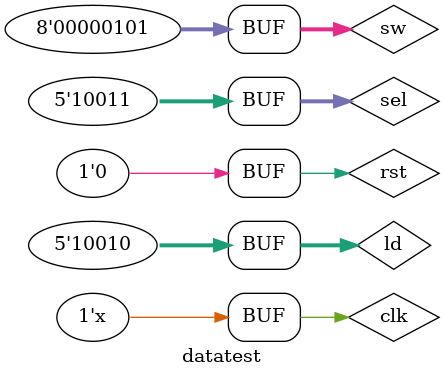
<source format=v>
`timescale 1ns / 1ps


module datatest;

	// Inputs
	reg [4:0] ld;
	reg [4:0] sel;
	reg clk;
	reg [7:0] sw;
	reg rst;

	// Outputs
	wire flag;
	wire [15:0] display;

	// Instantiate the Unit Under Test (UUT)
	datapath uut (
		.ld(ld), 
		.sel(sel), 
		.clk(clk), 
		.sw(sw), 
		.rst(rst), 
		.flag(flag), 
		.display(display)
	);

  always #10 clk = ~clk ;

	initial begin
		// Initialize Inputs
		ld = 5'b 10010;
		sel = 5'b 10011;
		clk = 0;
		sw = 4;
		rst = 0;
      #10;
        
		ld = 5'b 10010;
		sel = 5'b 10011;
		clk = 0;
		sw = 3;
		rst = 0;
      #10;
      
		ld = 5'b 10010;
		sel = 5'b 10011;
		clk = 0;
		sw = 5;
		rst = 0;
      #10;
      // Add stimulus here

	end
      
endmodule


</source>
